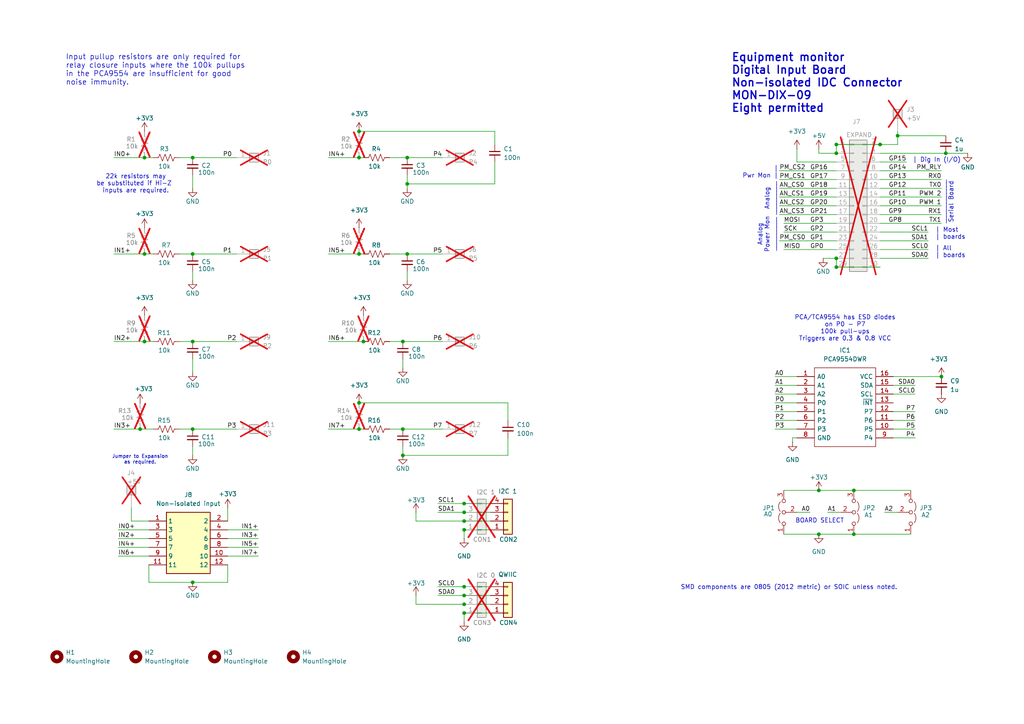
<source format=kicad_sch>
(kicad_sch (version 20250114) (generator "eeschema") (generator_version "9.0")
  (paper "A4")
  (lib_symbols
    (symbol "Conn_01x01_1" (pin_numbers (hide yes)) (pin_names (offset 1.016) (hide yes))
      (property "Reference" "J" (at 0 2.54 0))
      (property "Value" "Conn_01x01" (at 0 -2.54 0))
      (symbol "Conn_01x01_1_1_1"
        (rectangle (start -1.27 1.27) (end 1.27 -1.27) (stroke (width 0.254)) (fill (type background)))
        (rectangle (start -1.27 0.127) (end 0 -0.127) (stroke (width 0.1524)))
        (pin passive line (at -5.08 0 0) (length 3.81) (name "Pin_1") (number "1"))
      )
    )
    (symbol "Conn_01x01_2" (pin_numbers (hide yes)) (pin_names (offset 1.016) (hide yes))
      (property "Reference" "J" (at 0 2.54 0))
      (property "Value" "Conn_01x01" (at 0 -2.54 0))
      (symbol "Conn_01x01_2_1_1"
        (rectangle (start -1.27 1.27) (end 1.27 -1.27) (stroke (width 0.254)) (fill (type background)))
        (rectangle (start -1.27 0.127) (end 0 -0.127) (stroke (width 0.1524)))
        (pin passive line (at -5.08 0 0) (length 3.81) (name "Pin_1") (number "1"))
      )
    )
    (symbol "Connector_Generic:Conn_01x01" (pin_names (offset 1.016) (hide yes))
      (property "Reference" "J" (at 0 2.54 0))
      (property "Value" "Conn_01x01" (at 0 -2.54 0))
      (symbol "Conn_01x01_1_1"
        (rectangle (start -1.27 1.27) (end 1.27 -1.27) (stroke (width 0.254)) (fill (type background)))
        (rectangle (start -1.27 0.127) (end 0 -0.127) (stroke (width 0.1524)))
        (pin passive line (at -5.08 0 0) (length 3.81) (name "Pin_1") (number "1"))
      )
    )
    (symbol "Connector_Generic:Conn_01x04" (pin_names (offset 1.016) (hide yes))
      (property "Reference" "J" (at 0 5.08 0))
      (property "Value" "Conn_01x04" (at 0 -7.62 0))
      (symbol "Conn_01x04_1_1"
        (rectangle (start -1.27 3.81) (end 1.27 -6.35) (stroke (width 0.254)) (fill (type background)))
        (rectangle (start -1.27 2.667) (end 0 2.413) (stroke (width 0.1524)))
        (rectangle (start -1.27 0.127) (end 0 -0.127) (stroke (width 0.1524)))
        (rectangle (start -1.27 -2.413) (end 0 -2.667) (stroke (width 0.1524)))
        (rectangle (start -1.27 -4.953) (end 0 -5.207) (stroke (width 0.1524)))
        (pin passive line (at -5.08 2.54 0) (length 3.81) (name "Pin_1") (number "1"))
        (pin passive line (at -5.08 0 0) (length 3.81) (name "Pin_2") (number "2"))
        (pin passive line (at -5.08 -2.54 0) (length 3.81) (name "Pin_3") (number "3"))
        (pin passive line (at -5.08 -5.08 0) (length 3.81) (name "Pin_4") (number "4"))
      )
    )
    (symbol "Connector_Generic:Conn_02x15_Odd_Even" (pin_names (offset 1.016) (hide yes))
      (property "Reference" "J" (at 1.27 20.32 0))
      (property "Value" "Conn_02x15_Odd_Even" (at 1.27 -20.32 0))
      (symbol "Conn_02x15_Odd_Even_1_1"
        (rectangle (start -1.27 19.05) (end 3.81 -19.05) (stroke (width 0.254)) (fill (type background)))
        (rectangle (start -1.27 17.907) (end 0 17.653) (stroke (width 0.1524)))
        (rectangle (start -1.27 15.367) (end 0 15.113) (stroke (width 0.1524)))
        (rectangle (start -1.27 12.827) (end 0 12.573) (stroke (width 0.1524)))
        (rectangle (start -1.27 10.287) (end 0 10.033) (stroke (width 0.1524)))
        (rectangle (start -1.27 7.747) (end 0 7.493) (stroke (width 0.1524)))
        (rectangle (start -1.27 5.207) (end 0 4.953) (stroke (width 0.1524)))
        (rectangle (start -1.27 2.667) (end 0 2.413) (stroke (width 0.1524)))
        (rectangle (start -1.27 0.127) (end 0 -0.127) (stroke (width 0.1524)))
        (rectangle (start -1.27 -2.413) (end 0 -2.667) (stroke (width 0.1524)))
        (rectangle (start -1.27 -4.953) (end 0 -5.207) (stroke (width 0.1524)))
        (rectangle (start -1.27 -7.493) (end 0 -7.747) (stroke (width 0.1524)))
        (rectangle (start -1.27 -10.033) (end 0 -10.287) (stroke (width 0.1524)))
        (rectangle (start -1.27 -12.573) (end 0 -12.827) (stroke (width 0.1524)))
        (rectangle (start -1.27 -15.113) (end 0 -15.367) (stroke (width 0.1524)))
        (rectangle (start -1.27 -17.653) (end 0 -17.907) (stroke (width 0.1524)))
        (rectangle (start 3.81 17.907) (end 2.54 17.653) (stroke (width 0.1524)))
        (rectangle (start 3.81 15.367) (end 2.54 15.113) (stroke (width 0.1524)))
        (rectangle (start 3.81 12.827) (end 2.54 12.573) (stroke (width 0.1524)))
        (rectangle (start 3.81 10.287) (end 2.54 10.033) (stroke (width 0.1524)))
        (rectangle (start 3.81 7.747) (end 2.54 7.493) (stroke (width 0.1524)))
        (rectangle (start 3.81 5.207) (end 2.54 4.953) (stroke (width 0.1524)))
        (rectangle (start 3.81 2.667) (end 2.54 2.413) (stroke (width 0.1524)))
        (rectangle (start 3.81 0.127) (end 2.54 -0.127) (stroke (width 0.1524)))
        (rectangle (start 3.81 -2.413) (end 2.54 -2.667) (stroke (width 0.1524)))
        (rectangle (start 3.81 -4.953) (end 2.54 -5.207) (stroke (width 0.1524)))
        (rectangle (start 3.81 -7.493) (end 2.54 -7.747) (stroke (width 0.1524)))
        (rectangle (start 3.81 -10.033) (end 2.54 -10.287) (stroke (width 0.1524)))
        (rectangle (start 3.81 -12.573) (end 2.54 -12.827) (stroke (width 0.1524)))
        (rectangle (start 3.81 -15.113) (end 2.54 -15.367) (stroke (width 0.1524)))
        (rectangle (start 3.81 -17.653) (end 2.54 -17.907) (stroke (width 0.1524)))
        (pin passive line (at -5.08 17.78 0) (length 3.81) (name "Pin_1") (number "1"))
        (pin passive line (at -5.08 15.24 0) (length 3.81) (name "Pin_3") (number "3"))
        (pin passive line (at -5.08 12.7 0) (length 3.81) (name "Pin_5") (number "5"))
        (pin passive line (at -5.08 10.16 0) (length 3.81) (name "Pin_7") (number "7"))
        (pin passive line (at -5.08 7.62 0) (length 3.81) (name "Pin_9") (number "9"))
        (pin passive line (at -5.08 5.08 0) (length 3.81) (name "Pin_11") (number "11"))
        (pin passive line (at -5.08 2.54 0) (length 3.81) (name "Pin_13") (number "13"))
        (pin passive line (at -5.08 0 0) (length 3.81) (name "Pin_15") (number "15"))
        (pin passive line (at -5.08 -2.54 0) (length 3.81) (name "Pin_17") (number "17"))
        (pin passive line (at -5.08 -5.08 0) (length 3.81) (name "Pin_19") (number "19"))
        (pin passive line (at -5.08 -7.62 0) (length 3.81) (name "Pin_21") (number "21"))
        (pin passive line (at -5.08 -10.16 0) (length 3.81) (name "Pin_23") (number "23"))
        (pin passive line (at -5.08 -12.7 0) (length 3.81) (name "Pin_25") (number "25"))
        (pin passive line (at -5.08 -15.24 0) (length 3.81) (name "Pin_27") (number "27"))
        (pin passive line (at -5.08 -17.78 0) (length 3.81) (name "Pin_29") (number "29"))
        (pin passive line (at 7.62 17.78 180) (length 3.81) (name "Pin_2") (number "2"))
        (pin passive line (at 7.62 15.24 180) (length 3.81) (name "Pin_4") (number "4"))
        (pin passive line (at 7.62 12.7 180) (length 3.81) (name "Pin_6") (number "6"))
        (pin passive line (at 7.62 10.16 180) (length 3.81) (name "Pin_8") (number "8"))
        (pin passive line (at 7.62 7.62 180) (length 3.81) (name "Pin_10") (number "10"))
        (pin passive line (at 7.62 5.08 180) (length 3.81) (name "Pin_12") (number "12"))
        (pin passive line (at 7.62 2.54 180) (length 3.81) (name "Pin_14") (number "14"))
        (pin passive line (at 7.62 0 180) (length 3.81) (name "Pin_16") (number "16"))
        (pin passive line (at 7.62 -2.54 180) (length 3.81) (name "Pin_18") (number "18"))
        (pin passive line (at 7.62 -5.08 180) (length 3.81) (name "Pin_20") (number "20"))
        (pin passive line (at 7.62 -7.62 180) (length 3.81) (name "Pin_22") (number "22"))
        (pin passive line (at 7.62 -10.16 180) (length 3.81) (name "Pin_24") (number "24"))
        (pin passive line (at 7.62 -12.7 180) (length 3.81) (name "Pin_26") (number "26"))
        (pin passive line (at 7.62 -15.24 180) (length 3.81) (name "Pin_28") (number "28"))
        (pin passive line (at 7.62 -17.78 180) (length 3.81) (name "Pin_30") (number "30"))
      )
    )
    (symbol "Device:C_Small" (pin_numbers (hide yes)) (pin_names (offset 0.254) (hide yes))
      (property "Reference" "C" (at 0.254 1.778 0))
      (property "Value" "C_Small" (at 0.254 -2.032 0))
      (symbol "C_Small_0_1"
        (polyline (pts (xy -1.524 0.508) (xy 1.524 0.508)) (stroke (width 0.3048)))
        (polyline (pts (xy -1.524 -0.508) (xy 1.524 -0.508)) (stroke (width 0.3302)))
      )
      (symbol "C_Small_1_1"
        (pin passive line (at 0 2.54 270) (length 2.032) (name "~") (number "1"))
        (pin passive line (at 0 -2.54 90) (length 2.032) (name "~") (number "2"))
      )
    )
    (symbol "Device:R_US" (pin_numbers (hide yes)) (pin_names (offset 0))
      (property "Reference" "R" (at 2.54 0 90))
      (property "Value" "R_US" (at -2.54 0 90))
      (symbol "R_US_0_1"
        (polyline (pts (xy 0 2.286) (xy 0 2.54)))
        (polyline (pts (xy 0 2.286) (xy 1.016 1.905) (xy 0 1.524) (xy -1.016 1.143) (xy 0 0.762)))
        (polyline (pts (xy 0 0.762) (xy 1.016 0.381) (xy 0 0) (xy -1.016 -0.381) (xy 0 -0.762)))
        (polyline (pts (xy 0 -0.762) (xy 1.016 -1.143) (xy 0 -1.524) (xy -1.016 -1.905) (xy 0 -2.286)))
        (polyline (pts (xy 0 -2.286) (xy 0 -2.54)))
      )
      (symbol "R_US_1_1"
        (pin passive line (at 0 3.81 270) (length 1.27) (name "~") (number "1"))
        (pin passive line (at 0 -3.81 90) (length 1.27) (name "~") (number "2"))
      )
    )
    (symbol "Jumper:Jumper_3_Open" (pin_names (offset 0) (hide yes)) (exclude_from_sim yes) (in_bom no)
      (property "Reference" "JP" (at -2.54 -2.54 0))
      (property "Value" "Jumper_3_Open" (at 0 2.794 0))
      (symbol "Jumper_3_Open_0_0"
        (circle (center -3.302 0) (radius 0.508))
        (circle (center 0 0) (radius 0.508))
        (circle (center 3.302 0) (radius 0.508))
      )
      (symbol "Jumper_3_Open_0_1"
        (arc (start -3.048 1.016) (mid -1.651 1.4992) (end -0.254 1.016))
        (polyline (pts (xy 0 -0.508) (xy 0 -1.27)))
        (arc (start 0.254 1.016) (mid 1.651 1.4992) (end 3.048 1.016))
      )
      (symbol "Jumper_3_Open_1_1"
        (pin passive line (at -6.35 0 0) (length 2.54) (name "A") (number "1"))
        (pin passive line (at 0 -3.81 90) (length 2.54) (name "C") (number "2"))
        (pin passive line (at 6.35 0 180) (length 2.54) (name "B") (number "3"))
      )
    )
    (symbol "Mechanical:MountingHole" (pin_names (offset 1.016)) (exclude_from_sim yes) (in_bom no)
      (property "Reference" "H" (at 0 5.08 0))
      (property "Value" "MountingHole" (at 0 3.175 0))
      (symbol "MountingHole_0_1"
        (circle (center 0 0) (radius 1.27) (stroke (width 1.27)))
      )
    )
    (symbol "SamacSys_Parts:90130-3112"
      (property "Reference" "J" (at 19.05 7.62 0))
      (property "Value" "90130-3112" (at 19.05 5.08 0))
      (symbol "90130-3112_1_1"
        (rectangle (start 5.08 2.54) (end 17.78 -15.24) (stroke (width 0.254)) (fill (type background)))
        (pin passive line (at 0 0 0) (length 5.08) (name "1") (number "1"))
        (pin passive line (at 0 -2.54 0) (length 5.08) (name "3") (number "3"))
        (pin passive line (at 0 -5.08 0) (length 5.08) (name "5") (number "5"))
        (pin passive line (at 0 -7.62 0) (length 5.08) (name "7") (number "7"))
        (pin passive line (at 0 -10.16 0) (length 5.08) (name "9") (number "9"))
        (pin passive line (at 0 -12.7 0) (length 5.08) (name "11") (number "11"))
        (pin passive line (at 22.86 0 180) (length 5.08) (name "2") (number "2"))
        (pin passive line (at 22.86 -2.54 180) (length 5.08) (name "4") (number "4"))
        (pin passive line (at 22.86 -5.08 180) (length 5.08) (name "6") (number "6"))
        (pin passive line (at 22.86 -7.62 180) (length 5.08) (name "8") (number "8"))
        (pin passive line (at 22.86 -10.16 180) (length 5.08) (name "10") (number "10"))
        (pin passive line (at 22.86 -12.7 180) (length 5.08) (name "12") (number "12"))
      )
    )
    (symbol "SamacSys_Parts:PCA9534DWR" (pin_names (offset 0.762))
      (property "Reference" "IC" (at 24.13 7.62 0))
      (property "Value" "PCA9534DWR" (at 24.13 5.08 0))
      (symbol "PCA9534DWR_0_0"
        (pin passive line (at 0 0 0) (length 5.08) (name "A0") (number "1"))
        (pin passive line (at 0 -2.54 0) (length 5.08) (name "A1") (number "2"))
        (pin passive line (at 0 -5.08 0) (length 5.08) (name "A2") (number "3"))
        (pin passive line (at 0 -7.62 0) (length 5.08) (name "P0") (number "4"))
        (pin passive line (at 0 -10.16 0) (length 5.08) (name "P1") (number "5"))
        (pin passive line (at 0 -12.7 0) (length 5.08) (name "P2") (number "6"))
        (pin passive line (at 0 -15.24 0) (length 5.08) (name "P3") (number "7"))
        (pin passive line (at 0 -17.78 0) (length 5.08) (name "GND") (number "8"))
        (pin passive line (at 27.94 0 180) (length 5.08) (name "VCC") (number "16"))
        (pin passive line (at 27.94 -2.54 180) (length 5.08) (name "SDA") (number "15"))
        (pin passive line (at 27.94 -5.08 180) (length 5.08) (name "SCL") (number "14"))
        (pin passive line (at 27.94 -7.62 180) (length 5.08) (name "~{INT}") (number "13"))
        (pin passive line (at 27.94 -10.16 180) (length 5.08) (name "P7") (number "12"))
        (pin passive line (at 27.94 -12.7 180) (length 5.08) (name "P6") (number "11"))
        (pin passive line (at 27.94 -15.24 180) (length 5.08) (name "P5") (number "10"))
        (pin passive line (at 27.94 -17.78 180) (length 5.08) (name "P4") (number "9"))
      )
      (symbol "PCA9534DWR_0_1"
        (polyline (pts (xy 5.08 2.54) (xy 22.86 2.54) (xy 22.86 -20.32) (xy 5.08 -20.32) (xy 5.08 2.54)) (stroke (width 0.1524)))
      )
    )
    (symbol "power:+3V3" (power) (pin_numbers (hide yes)) (pin_names (offset 0) (hide yes))
      (property "Value" "+3V3" (at 0 3.556 0))
      (symbol "+3V3_0_1"
        (polyline (pts (xy -0.762 1.27) (xy 0 2.54)))
        (polyline (pts (xy 0 2.54) (xy 0.762 1.27)))
        (polyline (pts (xy 0 0) (xy 0 2.54)))
      )
      (symbol "+3V3_1_1"
        (pin power_in line (at 0 0 90) (length 0) (name "~") (number "1"))
      )
    )
    (symbol "power:+5V" (power) (pin_numbers (hide yes)) (pin_names (offset 0) (hide yes))
      (property "Value" "+5V" (at 0 3.556 0))
      (symbol "+5V_0_1"
        (polyline (pts (xy -0.762 1.27) (xy 0 2.54)))
        (polyline (pts (xy 0 2.54) (xy 0.762 1.27)))
        (polyline (pts (xy 0 0) (xy 0 2.54)))
      )
      (symbol "+5V_1_1"
        (pin power_in line (at 0 0 90) (length 0) (name "~") (number "1"))
      )
    )
    (symbol "power:GND" (power) (pin_numbers (hide yes)) (pin_names (offset 0) (hide yes))
      (property "Value" "GND" (at 0 -3.81 0))
      (symbol "GND_0_1"
        (polyline (pts (xy 0 0) (xy 0 -1.27) (xy 1.27 -1.27) (xy 0 -2.54) (xy -1.27 -1.27) (xy 0 -1.27)))
      )
      (symbol "GND_1_1"
        (pin power_in line (at 0 0 270) (length 0) (name "~") (number "1"))
      )
    )
  )
  (text "PCA/TCA9554 has ESD diodes\non P0 - P7\n100k pull-ups\nTriggers are 0.3 & 0.8 VCC" (at 245.11 95.25 0) (effects (font (size 1.27 1.27))))
  (text "    |\nPwr Mon |" (at 225.806 50.038 0) (effects (font (size 1.27 1.27)) (justify right)))
  (text "Analog\n__________" (at 223.52 57.658 90) (effects (font (size 1.27 1.27))))
  (text "22k resistors may\nbe substituted if Hi-Z \ninputs are required." (at 39.37 53.34 0) (effects (font (size 1.27 1.27))))
  (text "BOARD SELECT" (at 237.744 151.13 0) (effects (font (size 1.27 1.27))))
  (text "SMD components are 0805 (2012 metric) or SOIC unless noted." (at 228.854 170.434 0) (effects (font (size 1.27 1.27))))
  (text "| Dig In (I/O)" (at 264.668 46.482 0) (effects (font (size 1.27 1.27)) (justify left)))
  (text "_____________\nSerial Board" (at 274.828 58.674 90) (effects (font (size 1.27 1.27))))
  (text "Equipment monitor\nDigital Input Board \nNon-isolated IDC Connector\nMON-DIX-09\nEight permitted" (at 212.09 24.13 0) (effects (font (size 2.286 2.286) (thickness 0.381) (bold yes)) (justify left)))
  (text "Analog\nPower Mon\n__________" (at 222.504 68.072 90) (effects (font (size 1.27 1.27))))
  (text "| All\n| boards" (at 271.272 73.152 0) (effects (font (size 1.27 1.27)) (justify left)))
  (text "Jumper to Expansion\nas required." (at 40.64 133.35 0) (effects (font (size 1.016 1.016))))
  (text "Input pullup resistors are only required for\nrelay closure inputs where the 100k pullups\nin the PCA9554 are insufficient for good\nnoise immunity." (at 19.05 20.32 0) (effects (font (size 1.524 1.524)) (justify left)))
  (text "| Most\n| boards" (at 271.272 67.818 0) (effects (font (size 1.27 1.27)) (justify left)))
  (junction (at 134.62 146.05))
  (junction (at 237.49 154.94))
  (junction (at 242.57 74.93))
  (junction (at 274.32 44.45))
  (junction (at 255.27 41.91))
  (junction (at 116.84 99.06))
  (junction (at 55.88 73.66))
  (junction (at 104.14 38.1))
  (junction (at 273.05 109.22))
  (junction (at 247.65 154.94))
  (junction (at 118.11 53.34))
  (junction (at 104.14 45.72))
  (junction (at 118.11 45.72))
  (junction (at 104.14 124.46))
  (junction (at 41.91 73.66))
  (junction (at 260.35 39.37))
  (junction (at 134.62 151.13))
  (junction (at 41.91 45.72))
  (junction (at 134.62 172.72))
  (junction (at 104.14 116.84))
  (junction (at 247.65 142.24))
  (junction (at 116.84 124.46))
  (junction (at 242.57 41.91))
  (junction (at 118.11 73.66))
  (junction (at 40.64 124.46))
  (junction (at 116.84 132.08))
  (junction (at 134.62 175.26))
  (junction (at 134.62 177.8))
  (junction (at 134.62 148.59))
  (junction (at 105.41 99.06))
  (junction (at 41.91 99.06))
  (junction (at 134.62 153.67))
  (junction (at 55.88 168.91))
  (junction (at 134.62 170.18))
  (junction (at 242.57 77.47))
  (junction (at 104.14 73.66))
  (junction (at 237.49 142.24))
  (junction (at 242.57 44.45))
  (junction (at 55.88 99.06))
  (junction (at 55.88 124.46))
  (junction (at 55.88 45.72))
  (wire (pts (xy 256.54 148.59) (xy 260.35 148.59)))
  (wire (pts (xy 227.33 72.39) (xy 242.57 72.39)))
  (wire (pts (xy 38.1 151.13) (xy 43.18 151.13)))
  (wire (pts (xy 224.79 114.3) (xy 231.14 114.3)))
  (wire (pts (xy 33.02 124.46) (xy 40.64 124.46)))
  (wire (pts (xy 142.24 146.05) (xy 134.62 146.05)))
  (wire (pts (xy 231.14 148.59) (xy 234.95 148.59)))
  (wire (pts (xy 66.04 147.32) (xy 66.04 151.13)))
  (wire (pts (xy 226.06 59.69) (xy 242.57 59.69)))
  (wire (pts (xy 259.08 119.38) (xy 265.43 119.38)))
  (wire (pts (xy 260.35 38.1) (xy 260.35 39.37)))
  (wire (pts (xy 242.57 77.47) (xy 255.27 77.47)))
  (wire (pts (xy 142.24 177.8) (xy 134.62 177.8)))
  (wire (pts (xy 242.57 41.91) (xy 242.57 44.45)))
  (wire (pts (xy 255.27 44.45) (xy 274.32 44.45)))
  (wire (pts (xy 52.07 45.72) (xy 55.88 45.72)))
  (wire (pts (xy 66.04 161.29) (xy 74.93 161.29)))
  (wire (pts (xy 41.91 99.06) (xy 44.45 99.06)))
  (wire (pts (xy 95.25 99.06) (xy 105.41 99.06)))
  (wire (pts (xy 255.27 52.07) (xy 273.05 52.07)))
  (wire (pts (xy 34.29 153.67) (xy 43.18 153.67)))
  (wire (pts (xy 55.88 168.91) (xy 66.04 168.91)))
  (wire (pts (xy 247.65 154.94) (xy 264.16 154.94)))
  (wire (pts (xy 238.76 74.93) (xy 242.57 74.93)))
  (wire (pts (xy 260.35 39.37) (xy 260.35 41.91)))
  (wire (pts (xy 255.27 69.85) (xy 269.24 69.85)))
  (wire (pts (xy 259.08 121.92) (xy 265.43 121.92)))
  (wire (pts (xy 224.79 119.38) (xy 231.14 119.38)))
  (wire (pts (xy 43.18 163.83) (xy 43.18 168.91)))
  (wire (pts (xy 247.65 142.24) (xy 264.16 142.24)))
  (wire (pts (xy 55.88 73.66) (xy 68.58 73.66)))
  (wire (pts (xy 95.25 73.66) (xy 104.14 73.66)))
  (wire (pts (xy 255.27 64.77) (xy 273.05 64.77)))
  (wire (pts (xy 242.57 74.93) (xy 242.57 77.47)))
  (wire (pts (xy 259.08 127) (xy 265.43 127)))
  (wire (pts (xy 55.88 50.8) (xy 55.88 54.61)))
  (wire (pts (xy 237.49 142.24) (xy 247.65 142.24)))
  (wire (pts (xy 55.88 129.54) (xy 55.88 132.08)))
  (wire (pts (xy 226.06 54.61) (xy 242.57 54.61)))
  (wire (pts (xy 259.08 109.22) (xy 273.05 109.22)))
  (wire (pts (xy 118.11 53.34) (xy 143.51 53.34)))
  (wire (pts (xy 260.35 41.91) (xy 255.27 41.91)))
  (wire (pts (xy 127 170.18) (xy 134.62 170.18)))
  (wire (pts (xy 38.1 147.32) (xy 38.1 151.13)))
  (wire (pts (xy 227.33 154.94) (xy 237.49 154.94)))
  (wire (pts (xy 104.14 38.1) (xy 143.51 38.1)))
  (wire (pts (xy 118.11 73.66) (xy 128.27 73.66)))
  (wire (pts (xy 55.88 45.72) (xy 68.58 45.72)))
  (wire (pts (xy 260.35 39.37) (xy 274.32 39.37)))
  (wire (pts (xy 226.06 69.85) (xy 242.57 69.85)))
  (wire (pts (xy 231.14 43.18) (xy 231.14 46.99)))
  (wire (pts (xy 113.03 124.46) (xy 116.84 124.46)))
  (wire (pts (xy 95.25 45.72) (xy 104.14 45.72)))
  (wire (pts (xy 224.79 121.92) (xy 231.14 121.92)))
  (wire (pts (xy 255.27 74.93) (xy 269.24 74.93)))
  (wire (pts (xy 227.33 64.77) (xy 242.57 64.77)))
  (wire (pts (xy 118.11 78.74) (xy 118.11 81.28)))
  (wire (pts (xy 259.08 124.46) (xy 265.43 124.46)))
  (wire (pts (xy 229.87 128.27) (xy 229.87 127)))
  (wire (pts (xy 41.91 73.66) (xy 44.45 73.66)))
  (wire (pts (xy 134.62 153.67) (xy 134.62 156.21)))
  (wire (pts (xy 259.08 114.3) (xy 265.43 114.3)))
  (wire (pts (xy 142.24 170.18) (xy 134.62 170.18)))
  (wire (pts (xy 259.08 111.76) (xy 265.43 111.76)))
  (wire (pts (xy 142.24 151.13) (xy 134.62 151.13)))
  (wire (pts (xy 224.79 116.84) (xy 231.14 116.84)))
  (wire (pts (xy 226.06 62.23) (xy 242.57 62.23)))
  (wire (pts (xy 52.07 124.46) (xy 55.88 124.46)))
  (wire (pts (xy 95.25 124.46) (xy 104.14 124.46)))
  (wire (pts (xy 255.27 59.69) (xy 273.05 59.69)))
  (wire (pts (xy 226.06 52.07) (xy 242.57 52.07)))
  (wire (pts (xy 41.91 45.72) (xy 44.45 45.72)))
  (wire (pts (xy 104.14 124.46) (xy 105.41 124.46)))
  (wire (pts (xy 255.27 72.39) (xy 269.24 72.39)))
  (wire (pts (xy 52.07 99.06) (xy 55.88 99.06)))
  (wire (pts (xy 143.51 46.99) (xy 143.51 53.34)))
  (wire (pts (xy 116.84 99.06) (xy 128.27 99.06)))
  (wire (pts (xy 120.65 172.72) (xy 120.65 175.26)))
  (wire (pts (xy 118.11 53.34) (xy 118.11 50.8)))
  (wire (pts (xy 120.65 148.59) (xy 120.65 151.13)))
  (wire (pts (xy 66.04 156.21) (xy 74.93 156.21)))
  (wire (pts (xy 118.11 54.61) (xy 118.11 53.34)))
  (wire (pts (xy 40.64 124.46) (xy 44.45 124.46)))
  (wire (pts (xy 120.65 151.13) (xy 134.62 151.13)))
  (wire (pts (xy 55.88 104.14) (xy 55.88 107.95)))
  (wire (pts (xy 104.14 116.84) (xy 147.32 116.84)))
  (wire (pts (xy 55.88 81.28) (xy 55.88 78.74)))
  (wire (pts (xy 255.27 54.61) (xy 273.05 54.61)))
  (wire (pts (xy 134.62 172.72) (xy 142.24 172.72)))
  (wire (pts (xy 147.32 127) (xy 147.32 132.08)))
  (wire (pts (xy 255.27 57.15) (xy 273.05 57.15)))
  (wire (pts (xy 118.11 45.72) (xy 128.27 45.72)))
  (wire (pts (xy 127 148.59) (xy 134.62 148.59)))
  (wire (pts (xy 242.57 41.91) (xy 255.27 41.91)))
  (wire (pts (xy 227.33 67.31) (xy 242.57 67.31)))
  (wire (pts (xy 127 146.05) (xy 134.62 146.05)))
  (wire (pts (xy 255.27 67.31) (xy 269.24 67.31)))
  (wire (pts (xy 227.33 142.24) (xy 237.49 142.24)))
  (wire (pts (xy 116.84 104.14) (xy 116.84 106.68)))
  (wire (pts (xy 66.04 168.91) (xy 66.04 163.83)))
  (wire (pts (xy 255.27 46.99) (xy 262.89 46.99)))
  (wire (pts (xy 224.79 111.76) (xy 231.14 111.76)))
  (wire (pts (xy 142.24 153.67) (xy 134.62 153.67)))
  (wire (pts (xy 55.88 124.46) (xy 68.58 124.46)))
  (wire (pts (xy 143.51 41.91) (xy 143.51 38.1)))
  (wire (pts (xy 66.04 158.75) (xy 74.93 158.75)))
  (wire (pts (xy 34.29 156.21) (xy 43.18 156.21)))
  (wire (pts (xy 55.88 99.06) (xy 68.58 99.06)))
  (wire (pts (xy 113.03 99.06) (xy 116.84 99.06)))
  (wire (pts (xy 116.84 124.46) (xy 128.27 124.46)))
  (wire (pts (xy 52.07 73.66) (xy 55.88 73.66)))
  (wire (pts (xy 33.02 45.72) (xy 41.91 45.72)))
  (wire (pts (xy 237.49 154.94) (xy 247.65 154.94)))
  (wire (pts (xy 104.14 73.66) (xy 105.41 73.66)))
  (wire (pts (xy 231.14 46.99) (xy 242.57 46.99)))
  (wire (pts (xy 237.49 43.18) (xy 237.49 44.45)))
  (wire (pts (xy 255.27 62.23) (xy 273.05 62.23)))
  (wire (pts (xy 255.27 49.53) (xy 273.05 49.53)))
  (wire (pts (xy 134.62 177.8) (xy 134.62 180.34)))
  (wire (pts (xy 127 172.72) (xy 134.62 172.72)))
  (wire (pts (xy 116.84 132.08) (xy 147.32 132.08)))
  (wire (pts (xy 237.49 44.45) (xy 242.57 44.45)))
  (wire (pts (xy 104.14 45.72) (xy 105.41 45.72)))
  (wire (pts (xy 134.62 148.59) (xy 142.24 148.59)))
  (wire (pts (xy 113.03 45.72) (xy 118.11 45.72)))
  (wire (pts (xy 113.03 73.66) (xy 118.11 73.66)))
  (wire (pts (xy 34.29 158.75) (xy 43.18 158.75)))
  (wire (pts (xy 229.87 127) (xy 231.14 127)))
  (wire (pts (xy 116.84 129.54) (xy 116.84 132.08)))
  (wire (pts (xy 34.29 161.29) (xy 43.18 161.29)))
  (wire (pts (xy 224.79 124.46) (xy 231.14 124.46)))
  (wire (pts (xy 120.65 175.26) (xy 134.62 175.26)))
  (wire (pts (xy 147.32 121.92) (xy 147.32 116.84)))
  (wire (pts (xy 224.79 109.22) (xy 231.14 109.22)))
  (wire (pts (xy 33.02 99.06) (xy 41.91 99.06)))
  (wire (pts (xy 240.03 148.59) (xy 243.84 148.59)))
  (wire (pts (xy 226.06 49.53) (xy 242.57 49.53)))
  (wire (pts (xy 142.24 175.26) (xy 134.62 175.26)))
  (wire (pts (xy 43.18 168.91) (xy 55.88 168.91)))
  (wire (pts (xy 33.02 73.66) (xy 41.91 73.66)))
  (wire (pts (xy 226.06 57.15) (xy 242.57 57.15)))
  (wire (pts (xy 274.32 44.45) (xy 280.67 44.45)))
  (wire (pts (xy 66.04 153.67) (xy 74.93 153.67)))
  (label "TX0" (at 273.05 54.61 180))
  (label "P3" (at 224.79 124.46 0))
  (label "GP20" (at 234.95 59.69 0))
  (label "A2" (at 256.54 148.59 0))
  (label "IN4+" (at 34.29 158.75 0))
  (label "GP17" (at 234.95 52.07 0))
  (label "GP18" (at 234.95 54.61 0))
  (label "PM_CS2" (at 226.06 49.53 0))
  (label "RX0" (at 273.05 52.07 180))
  (label "GP2" (at 234.95 67.31 0))
  (label "GP9" (at 261.62 62.23 180))
  (label "TX1" (at 273.05 64.77 180))
  (label "P1" (at 67.31 73.66 180))
  (label "PM_RLY" (at 273.05 49.53 180))
  (label "GP12" (at 262.89 54.61 180))
  (label "GP10" (at 262.89 59.69 180))
  (label "IN2+" (at 34.29 156.21 0))
  (label "SCL1" (at 269.24 67.31 180))
  (label "IN2+" (at 33.02 99.06 0))
  (label "IN7+" (at 95.25 124.46 0))
  (label "P0" (at 224.79 116.84 0))
  (label "SDA1" (at 127 148.59 0))
  (label "SCL0" (at 269.24 72.39 180))
  (label "SCL0" (at 265.43 114.3 180))
  (label "IN7+" (at 74.93 161.29 180))
  (label "P6" (at 128.27 99.06 180))
  (label "P4" (at 128.27 45.72 180))
  (label "PM_CS0" (at 226.06 69.85 0))
  (label "GP0" (at 234.95 72.39 0))
  (label "P1" (at 224.79 119.38 0))
  (label "GP19" (at 234.95 57.15 0))
  (label "P5" (at 265.43 124.46 180))
  (label "GP8" (at 261.62 64.77 180))
  (label "PWM 2" (at 273.05 57.15 180))
  (label "IN5+" (at 74.93 158.75 180))
  (label "SCK" (at 227.33 67.31 0))
  (label "IN3+" (at 33.02 124.46 0))
  (label "PWM 1" (at 273.05 59.69 180))
  (label "A1" (at 224.79 111.76 0))
  (label "AN_CS0" (at 226.06 54.61 0))
  (label "P3" (at 68.58 124.46 180))
  (label "IN6+" (at 34.29 161.29 0))
  (label "GP16" (at 234.95 49.53 0))
  (label "GP21" (at 234.95 62.23 0))
  (label "IN4+" (at 95.25 45.72 0))
  (label "P5" (at 128.27 73.66 180))
  (label "GP15" (at 262.89 46.99 180))
  (label "IN1+" (at 33.02 73.66 0))
  (label "SCL0" (at 127 170.18 0))
  (label "GP11" (at 262.89 57.15 180))
  (label "AN_CS1" (at 226.06 57.15 0))
  (label "IN3+" (at 74.93 156.21 180))
  (label "PM_CS1" (at 226.06 52.07 0))
  (label "P4" (at 265.43 127 180))
  (label "AN_CS2" (at 226.06 59.69 0))
  (label "A0" (at 234.95 148.59 180))
  (label "P7" (at 265.43 119.38 180))
  (label "P0" (at 67.31 45.72 180))
  (label "SDA1" (at 269.24 69.85 180))
  (label "P2" (at 224.79 121.92 0))
  (label "GP13" (at 262.89 52.07 180))
  (label "SCL1" (at 127 146.05 0))
  (label "IN6+" (at 95.25 99.06 0))
  (label "A2" (at 224.79 114.3 0))
  (label "SDA0" (at 265.43 111.76 180))
  (label "IN5+" (at 95.25 73.66 0))
  (label "IN0+" (at 33.02 45.72 0))
  (label "P7" (at 128.27 124.46 180))
  (label "P2" (at 68.58 99.06 180))
  (label "MOSI" (at 227.33 64.77 0))
  (label "P6" (at 265.43 121.92 180))
  (label "A1" (at 240.03 148.59 0))
  (label "GP3" (at 234.95 64.77 0))
  (label "AN_CS3" (at 226.06 62.23 0))
  (label "RX1" (at 273.05 62.23 180))
  (label "GP14" (at 262.89 49.53 180))
  (label "IN1+" (at 74.93 153.67 180))
  (label "MISO" (at 227.33 72.39 0))
  (label "GP1" (at 234.95 69.85 0))
  (label "SDA0" (at 269.24 74.93 180))
  (label "SDA0" (at 127 172.72 0))
  (label "IN0+" (at 34.29 153.67 0))
  (label "A0" (at 224.79 109.22 0))
  (symbol (lib_id "Mechanical:MountingHole") (at 39.37 190.5 0) (unit 1) (exclude_from_sim yes)
    (property "Reference" "H2" (at 41.91 189.2299 0) (effects (justify left)))
    (property "Value" "MountingHole" (at 41.91 191.7699 0) (effects (justify left)))
    (property "Footprint" "RP:MountingHole_3.5mm_no_fill" (effects (hide yes)))
    (property "Description" "Mounting Hole without connection" (effects (hide yes)))
  )
  (symbol (lib_id "power:GND") (at 55.88 81.28 0) (unit 1)
    (property "Reference" "#PWR011" (effects (hide yes)))
    (property "Value" "GND" (at 55.88 85.09 0))
  )
  (symbol (lib_id "power:+3V3") (at 237.49 142.24 0) (unit 1)
    (property "Reference" "#PWR026" (effects (hide yes)))
    (property "Value" "+3V3" (at 237.49 138.43 0))
    (property "Description" "Power symbol creates a global label with name \"+3V3\"" (effects (hide yes)))
  )
  (symbol (lib_id "Device:C_Small") (at 273.05 111.76 0) (unit 1)
    (property "Reference" "C9" (at 275.59 110.4962 0) (effects (justify left)))
    (property "Value" "1u" (at 275.59 113.0362 0) (effects (justify left)))
    (property "Footprint" "Capacitor_SMD:C_0805_2012Metric_Pad1.18x1.45mm_HandSolder" (effects (hide yes)))
    (property "Description" "Unpolarized capacitor, small symbol" (effects (hide yes)))
  )
  (symbol (lib_id "power:GND") (at 237.49 154.94 0) (unit 1)
    (property "Reference" "#PWR027" (effects (hide yes)))
    (property "Value" "GND" (at 237.49 160.02 0))
    (property "Description" "Power symbol creates a global label with name \"GND\" , ground" (effects (hide yes)))
  )
  (symbol (lib_name "Conn_01x01_2") (lib_id "Connector_Generic:Conn_01x01") (at 260.35 33.02 90) (unit 1) (dnp yes)
    (property "Reference" "J3" (at 262.89 31.7499 90) (effects (justify right)))
    (property "Value" "+5V" (at 262.89 34.2899 90) (effects (justify right)))
    (property "Footprint" "Connector_PinHeader_2.54mm:PinHeader_1x01_P2.54mm_Vertical" (effects (hide yes)))
    (property "Description" "Generic connector, single row, 01x01, script generated (kicad-library-utils/schlib/autogen/connector/)" (effects (hide yes)))
  )
  (symbol (lib_id "Connector_Generic:Conn_01x01") (at 133.35 124.46 0) (unit 1) (dnp yes)
    (property "Reference" "J12" (at 135.89 123.1899 0) (effects (justify left)))
    (property "Value" "P7" (at 135.89 125.7299 0) (effects (justify left)))
    (property "Footprint" "Connector_PinHeader_2.54mm:PinHeader_1x01_P2.54mm_Vertical" (effects (hide yes)))
    (property "Description" "Generic connector, single row, 01x01, script generated (kicad-library-utils/schlib/autogen/connector/)" (effects (hide yes)))
  )
  (symbol (lib_id "Device:R_US") (at 48.26 124.46 270) (unit 1)
    (property "Reference" "R15" (at 49.53 121.92 90) (effects (justify right)))
    (property "Value" "10k" (at 49.53 127 90) (effects (justify right)))
    (property "Footprint" "Resistor_SMD:R_0805_2012Metric_Pad1.20x1.40mm_HandSolder" (effects (hide yes)))
  )
  (symbol (lib_id "power:GND") (at 134.62 180.34 0) (unit 1)
    (property "Reference" "#PWR031" (effects (hide yes)))
    (property "Value" "GND" (at 134.62 185.42 0))
    (property "Description" "Power symbol creates a global label with name \"GND\" , ground" (effects (hide yes)))
  )
  (symbol (lib_id "power:GND") (at 55.88 168.91 0) (unit 1)
    (property "Reference" "#PWR016" (effects (hide yes)))
    (property "Value" "GND" (at 55.88 172.72 0))
  )
  (symbol (lib_id "SamacSys_Parts:90130-3112") (at 43.18 151.13 0) (unit 1)
    (property "Reference" "J8" (at 54.61 143.51 0))
    (property "Value" "Non-isolated input" (at 54.61 146.05 0))
    (property "Footprint" "SamacSys_Parts:SHDRRA12W65P254_2X6_1758X1090X1005P" (effects (hide yes)))
    (property "Datasheet" "https://www.molex.com/pdm_docs/sd/901303112_sd.pdf" (effects (hide yes)))
    (property "Description" "Headers & Wire Housings 2.54MM CGRIDIII HDR 12P R/A DR SHRD TIN" (effects (hide yes)))
    (property "Height" "10.05" (effects (hide yes)))
    (property "Mouser Part Number" "538-90130-3112" (effects (hide yes)))
    (property "Mouser Price/Stock" "https://www.mouser.co.uk/ProductDetail/Molex/90130-3112?qs=kEwmkoUtv7TqQ0WbVYuwuQ%3D%3D" (effects (hide yes)))
    (property "Manufacturer_Name" "Molex" (effects (hide yes)))
    (property "Manufacturer_Part_Number" "90130-3112" (effects (hide yes)))
  )
  (symbol (lib_id "power:+3V3") (at 41.91 91.44 0) (unit 1)
    (property "Reference" "#PWR013" (effects (hide yes)))
    (property "Value" "+3V3" (at 41.91 86.36 0))
    (property "Description" "Power symbol creates a global label with name \"+3V3\"" (effects (hide yes)))
  )
  (symbol (lib_id "power:+3V3") (at 120.65 172.72 0) (unit 1)
    (property "Reference" "#PWR030" (effects (hide yes)))
    (property "Value" "+3V3" (at 120.65 169.164 0))
    (property "Description" "Power symbol creates a global label with name \"+3V3\"" (effects (hide yes)))
  )
  (symbol (lib_id "power:+3V3") (at 41.91 38.1 0) (unit 1)
    (property "Reference" "#PWR01" (effects (hide yes)))
    (property "Value" "+3V3" (at 41.91 34.29 0))
    (property "Description" "Power symbol creates a global label with name \"+3V3\"" (effects (hide yes)))
  )
  (symbol (lib_id "power:GND") (at 238.76 74.93 0) (unit 1)
    (property "Reference" "#PWR015" (effects (hide yes)))
    (property "Value" "GND" (at 238.76 78.74 0))
    (property "Description" "Power symbol creates a global label with name \"GND\" , ground" (effects (hide yes)))
  )
  (symbol (lib_id "power:GND") (at 116.84 132.08 0) (unit 1)
    (property "Reference" "#PWR024" (effects (hide yes)))
    (property "Value" "GND" (at 116.84 135.89 0))
  )
  (symbol (lib_id "Connector_Generic:Conn_01x04") (at 147.32 175.26 0) (mirror x) (unit 1)
    (property "Reference" "CON4" (at 144.78 180.594 0) (effects (justify left)))
    (property "Value" "QWIIC" (at 144.526 166.624 0) (effects (justify left)))
    (property "Footprint" "RP:JST_SH_SM04B-SRSS-TB_1x04-1MP_P1.00mm_Horizontal_wide_MP" (effects (hide yes)))
    (property "Description" "Generic connector, single row, 01x04, script generated (kicad-library-utils/schlib/autogen/connector/)" (effects (hide yes)))
  )
  (symbol (lib_id "Connector_Generic:Conn_01x01") (at 73.66 99.06 0) (unit 1) (dnp yes)
    (property "Reference" "J9" (at 76.2 97.7899 0) (effects (justify left)))
    (property "Value" "P2" (at 76.2 100.3299 0) (effects (justify left)))
    (property "Footprint" "Connector_PinHeader_2.54mm:PinHeader_1x01_P2.54mm_Vertical" (effects (hide yes)))
    (property "Description" "Generic connector, single row, 01x01, script generated (kicad-library-utils/schlib/autogen/connector/)" (effects (hide yes)))
  )
  (symbol (lib_id "Device:R_US") (at 109.22 73.66 270) (unit 1)
    (property "Reference" "R8" (at 110.49 71.12 90) (effects (justify right)))
    (property "Value" "10k" (at 110.49 76.2 90) (effects (justify right)))
    (property "Footprint" "Resistor_SMD:R_0805_2012Metric_Pad1.20x1.40mm_HandSolder" (effects (hide yes)))
  )
  (symbol (lib_id "power:GND") (at 118.11 54.61 0) (unit 1)
    (property "Reference" "#PWR04" (effects (hide yes)))
    (property "Value" "GND" (at 118.11 58.42 0))
  )
  (symbol (lib_id "power:GND") (at 116.84 106.68 0) (unit 1)
    (property "Reference" "#PWR017" (effects (hide yes)))
    (property "Value" "GND" (at 116.84 110.49 0))
  )
  (symbol (lib_id "Device:R_US") (at 41.91 95.25 0) (unit 1) (dnp yes)
    (property "Reference" "R9" (at 39.37 93.726 0) (effects (justify right)))
    (property "Value" "10k" (at 40.132 95.758 0) (effects (justify right)))
    (property "Footprint" "Resistor_SMD:R_0805_2012Metric_Pad1.20x1.40mm_HandSolder" (effects (hide yes)))
  )
  (symbol (lib_id "Device:R_US") (at 48.26 45.72 270) (unit 1)
    (property "Reference" "R3" (at 49.022 43.18 90) (effects (justify right)))
    (property "Value" "10k" (at 49.53 48.26 90) (effects (justify right)))
    (property "Footprint" "Resistor_SMD:R_0805_2012Metric_Pad1.20x1.40mm_HandSolder" (effects (hide yes)))
  )
  (symbol (lib_id "Device:C_Small") (at 55.88 101.6 0) (unit 1)
    (property "Reference" "C7" (at 58.42 101.346 0) (effects (justify left)))
    (property "Value" "100n" (at 57.404 103.378 0) (effects (justify left)))
    (property "Footprint" "Capacitor_SMD:C_0805_2012Metric_Pad1.18x1.45mm_HandSolder" (effects (hide yes)))
    (property "Description" "Unpolarized capacitor, small symbol" (effects (hide yes)))
  )
  (symbol (lib_id "Device:R_US") (at 104.14 41.91 0) (unit 1) (dnp yes)
    (property "Reference" "R2" (at 101.6 40.386 0) (effects (justify right)))
    (property "Value" "10k" (at 102.362 42.418 0) (effects (justify right)))
    (property "Footprint" "Resistor_SMD:R_0805_2012Metric_Pad1.20x1.40mm_HandSolder" (effects (hide yes)))
  )
  (symbol (lib_id "Jumper:Jumper_3_Open") (at 264.16 148.59 270) (mirror x) (unit 1) (exclude_from_sim yes) (in_bom no)
    (property "Reference" "JP3" (at 266.7 147.3199 90) (effects (justify left)))
    (property "Value" "A2" (at 267.208 149.352 90) (effects (justify left)))
    (property "Footprint" "Connector_PinHeader_2.54mm:PinHeader_1x03_P2.54mm_Vertical" (effects (hide yes)))
    (property "Description" "Jumper, 3-pole, both open" (effects (hide yes)))
  )
  (symbol (lib_id "Device:C_Small") (at 55.88 127 0) (unit 1)
    (property "Reference" "C11" (at 58.42 126.746 0) (effects (justify left)))
    (property "Value" "100n" (at 57.404 128.778 0) (effects (justify left)))
    (property "Footprint" "Capacitor_SMD:C_0805_2012Metric_Pad1.18x1.45mm_HandSolder" (effects (hide yes)))
    (property "Description" "Unpolarized capacitor, small symbol" (effects (hide yes)))
  )
  (symbol (lib_id "Device:R_US") (at 105.41 95.25 0) (unit 1) (dnp yes)
    (property "Reference" "R10" (at 102.87 93.726 0) (effects (justify right)))
    (property "Value" "10k" (at 103.632 95.758 0) (effects (justify right)))
    (property "Footprint" "Resistor_SMD:R_0805_2012Metric_Pad1.20x1.40mm_HandSolder" (effects (hide yes)))
  )
  (symbol (lib_id "power:+3V3") (at 41.91 66.04 0) (unit 1)
    (property "Reference" "#PWR08" (effects (hide yes)))
    (property "Value" "+3V3" (at 41.91 61.976 0))
    (property "Description" "Power symbol creates a global label with name \"+3V3\"" (effects (hide yes)))
  )
  (symbol (lib_id "Mechanical:MountingHole") (at 16.51 190.5 0) (unit 1) (exclude_from_sim yes)
    (property "Reference" "H1" (at 19.05 189.2299 0) (effects (justify left)))
    (property "Value" "MountingHole" (at 19.05 191.7699 0) (effects (justify left)))
    (property "Footprint" "RP:MountingHole_3.5mm_no_fill" (effects (hide yes)))
    (property "Description" "Mounting Hole without connection" (effects (hide yes)))
  )
  (symbol (lib_id "power:GND") (at 55.88 107.95 0) (unit 1)
    (property "Reference" "#PWR018" (effects (hide yes)))
    (property "Value" "GND" (at 55.88 111.76 0))
  )
  (symbol (lib_id "Device:R_US") (at 41.91 69.85 0) (unit 1) (dnp yes)
    (property "Reference" "R5" (at 39.37 68.326 0) (effects (justify right)))
    (property "Value" "10k" (at 40.132 70.358 0) (effects (justify right)))
    (property "Footprint" "Resistor_SMD:R_0805_2012Metric_Pad1.20x1.40mm_HandSolder" (effects (hide yes)))
  )
  (symbol (lib_id "Connector_Generic:Conn_01x01") (at 133.35 45.72 0) (unit 1) (dnp yes)
    (property "Reference" "J2" (at 135.89 44.4499 0) (effects (justify left)))
    (property "Value" "P4" (at 135.89 46.9899 0) (effects (justify left)))
    (property "Footprint" "Connector_PinHeader_2.54mm:PinHeader_1x01_P2.54mm_Vertical" (effects (hide yes)))
    (property "Description" "Generic connector, single row, 01x01, script generated (kicad-library-utils/schlib/autogen/connector/)" (effects (hide yes)))
  )
  (symbol (lib_id "Connector_Generic:Conn_01x01") (at 133.35 73.66 0) (unit 1) (dnp yes)
    (property "Reference" "J6" (at 135.89 72.3899 0) (effects (justify left)))
    (property "Value" "P5" (at 135.89 74.9299 0) (effects (justify left)))
    (property "Footprint" "Connector_PinHeader_2.54mm:PinHeader_1x01_P2.54mm_Vertical" (effects (hide yes)))
    (property "Description" "Generic connector, single row, 01x01, script generated (kicad-library-utils/schlib/autogen/connector/)" (effects (hide yes)))
  )
  (symbol (lib_id "Connector_Generic:Conn_01x01") (at 73.66 45.72 0) (unit 1) (dnp yes)
    (property "Reference" "J1" (at 76.2 44.4499 0) (effects (justify left)))
    (property "Value" "P0" (at 76.2 46.9899 0) (effects (justify left)))
    (property "Footprint" "Connector_PinHeader_2.54mm:PinHeader_1x01_P2.54mm_Vertical" (effects (hide yes)))
    (property "Description" "Generic connector, single row, 01x01, script generated (kicad-library-utils/schlib/autogen/connector/)" (effects (hide yes)))
  )
  (symbol (lib_id "Device:R_US") (at 109.22 99.06 270) (unit 1)
    (property "Reference" "R12" (at 110.49 96.52 90) (effects (justify right)))
    (property "Value" "10k" (at 110.49 101.6 90) (effects (justify right)))
    (property "Footprint" "Resistor_SMD:R_0805_2012Metric_Pad1.20x1.40mm_HandSolder" (effects (hide yes)))
  )
  (symbol (lib_id "Connector_Generic:Conn_01x01") (at 73.66 73.66 0) (unit 1) (dnp yes)
    (property "Reference" "J5" (at 76.2 72.3899 0) (effects (justify left)))
    (property "Value" "P1" (at 76.2 74.9299 0) (effects (justify left)))
    (property "Footprint" "Connector_PinHeader_2.54mm:PinHeader_1x01_P2.54mm_Vertical" (effects (hide yes)))
    (property "Description" "Generic connector, single row, 01x01, script generated (kicad-library-utils/schlib/autogen/connector/)" (effects (hide yes)))
  )
  (symbol (lib_id "Device:R_US") (at 104.14 69.85 0) (unit 1) (dnp yes)
    (property "Reference" "R6" (at 101.6 68.326 0) (effects (justify right)))
    (property "Value" "10k" (at 102.362 70.358 0) (effects (justify right)))
    (property "Footprint" "Resistor_SMD:R_0805_2012Metric_Pad1.20x1.40mm_HandSolder" (effects (hide yes)))
  )
  (symbol (lib_id "power:+3V3") (at 231.14 43.18 0) (unit 1)
    (property "Reference" "#PWR05" (effects (hide yes)))
    (property "Value" "+3V3" (at 231.14 38.1 0))
    (property "Description" "Power symbol creates a global label with name \"+3V3\"" (effects (hide yes)))
  )
  (symbol (lib_id "power:+3V3") (at 105.41 91.44 0) (unit 1)
    (property "Reference" "#PWR014" (effects (hide yes)))
    (property "Value" "+3V3" (at 104.902 86.36 0))
    (property "Description" "Power symbol creates a global label with name \"+3V3\"" (effects (hide yes)))
  )
  (symbol (lib_id "Connector_Generic:Conn_01x04") (at 139.7 175.26 0) (mirror x) (unit 1) (dnp yes)
    (property "Reference" "CON3" (at 137.16 180.594 0) (effects (justify left)))
    (property "Value" "I2C 0" (at 138.176 166.878 0) (effects (justify left)))
    (property "Footprint" "Connector_PinSocket_2.54mm:PinSocket_1x04_P2.54mm_Vertical" (effects (hide yes)))
    (property "Description" "Generic connector, single row, 01x04, script generated (kicad-library-utils/schlib/autogen/connector/)" (effects (hide yes)))
  )
  (symbol (lib_id "power:GND") (at 55.88 54.61 0) (unit 1)
    (property "Reference" "#PWR03" (effects (hide yes)))
    (property "Value" "GND" (at 55.88 58.42 0))
  )
  (symbol (lib_id "SamacSys_Parts:PCA9534DWR") (at 231.14 109.22 0) (unit 1)
    (property "Reference" "IC1" (at 245.11 101.6 0))
    (property "Value" "PCA9554DWR" (at 245.11 104.14 0))
    (property "Footprint" "SamacSys_Parts:SOIC127P1030X265-16N" (effects (hide yes)))
    (property "Datasheet" "http://www.ti.com/lit/gpn/pca9534" (effects (hide yes)))
    (property "Description" "Remote 8-Bit I2C and Low-Power I/O Expander With Interrupt Output and Configuration Registers" (effects (hide yes)))
    (property "Description_1" "Remote 8-Bit I2C and Low-Power I/O Expander With Interrupt Output and Configuration Registers" (effects (hide yes)))
    (property "Height" "2.65" (effects (hide yes)))
    (property "Mouser Part Number" "595-PCA9534DWR" (effects (hide yes)))
    (property "Mouser Price/Stock" "https://www.mouser.co.uk/ProductDetail/Texas-Instruments/PCA9534DWR?qs=iSMark9AYDWOs18EtjSqPQ%3D%3D" (effects (hide yes)))
    (property "Manufacturer_Name" "Texas Instruments" (effects (hide yes)))
    (property "Manufacturer_Part_Number" "PCA9534DWR" (effects (hide yes)))
  )
  (symbol (lib_id "Mechanical:MountingHole") (at 85.09 190.5 0) (unit 1) (exclude_from_sim yes)
    (property "Reference" "H4" (at 87.63 189.2299 0) (effects (justify left)))
    (property "Value" "MountingHole" (at 87.63 191.7699 0) (effects (justify left)))
    (property "Footprint" "RP:MountingHole_3.5mm_no_fill" (effects (hide yes)))
    (property "Description" "Mounting Hole without connection" (effects (hide yes)))
  )
  (symbol (lib_id "Device:R_US") (at 109.22 124.46 270) (unit 1)
    (property "Reference" "R16" (at 110.49 121.92 90) (effects (justify right)))
    (property "Value" "10k" (at 110.49 127 90) (effects (justify right)))
    (property "Footprint" "Resistor_SMD:R_0805_2012Metric_Pad1.20x1.40mm_HandSolder" (effects (hide yes)))
  )
  (symbol (lib_name "Conn_01x01_1") (lib_id "Connector_Generic:Conn_01x01") (at 38.1 142.24 90) (unit 1) (dnp yes)
    (property "Reference" "J4" (at 36.83 137.16 90) (effects (justify right)))
    (property "Value" "+5V" (at 36.83 139.7 90) (effects (justify right)))
    (property "Footprint" "Connector_PinHeader_2.54mm:PinHeader_1x01_P2.54mm_Vertical" (effects (hide yes)))
    (property "Description" "Generic connector, single row, 01x01, script generated (kicad-library-utils/schlib/autogen/connector/)" (effects (hide yes)))
  )
  (symbol (lib_id "Device:C_Small") (at 55.88 48.26 0) (unit 1)
    (property "Reference" "C2" (at 58.42 48.006 0) (effects (justify left)))
    (property "Value" "100n" (at 57.404 50.038 0) (effects (justify left)))
    (property "Footprint" "Capacitor_SMD:C_0805_2012Metric_Pad1.18x1.45mm_HandSolder" (effects (hide yes)))
    (property "Description" "Unpolarized capacitor, small symbol" (effects (hide yes)))
  )
  (symbol (lib_id "Connector_Generic:Conn_02x15_Odd_Even") (at 247.65 59.69 0) (unit 1) (dnp yes)
    (property "Reference" "J7" (at 248.412 35.306 0))
    (property "Value" "EXPAND" (at 249.174 39.116 0))
    (property "Footprint" "Connector_PinHeader_2.54mm:PinHeader_2x15_P2.54mm_Vertical" (effects (hide yes)))
    (property "Description" "Generic connector, double row, 02x15, odd/even pin numbering scheme (row 1 odd numbers, row 2 even numbers), script generated (kicad-library-utils/schlib/autogen/connector/)" (effects (hide yes)))
  )
  (symbol (lib_id "power:+3V3") (at 104.14 66.04 0) (unit 1)
    (property "Reference" "#PWR09" (effects (hide yes)))
    (property "Value" "+3V3" (at 104.14 60.96 0))
    (property "Description" "Power symbol creates a global label with name \"+3V3\"" (effects (hide yes)))
  )
  (symbol (lib_id "power:GND") (at 55.88 132.08 0) (unit 1)
    (property "Reference" "#PWR023" (effects (hide yes)))
    (property "Value" "GND" (at 55.88 135.89 0))
  )
  (symbol (lib_id "power:GND") (at 229.87 128.27 0) (unit 1)
    (property "Reference" "#PWR025" (effects (hide yes)))
    (property "Value" "GND" (at 229.87 133.35 0))
    (property "Description" "Power symbol creates a global label with name \"GND\" , ground" (effects (hide yes)))
  )
  (symbol (lib_id "power:+3V3") (at 66.04 147.32 0) (unit 1)
    (property "Reference" "#PWR010" (effects (hide yes)))
    (property "Value" "+3V3" (at 66.04 143.256 0))
    (property "Description" "Power symbol creates a global label with name \"+3V3\"" (effects (hide yes)))
  )
  (symbol (lib_id "Device:C_Small") (at 55.88 76.2 0) (unit 1)
    (property "Reference" "C5" (at 58.42 75.946 0) (effects (justify left)))
    (property "Value" "100n" (at 57.404 77.978 0) (effects (justify left)))
    (property "Footprint" "Capacitor_SMD:C_0805_2012Metric_Pad1.18x1.45mm_HandSolder" (effects (hide yes)))
    (property "Description" "Unpolarized capacitor, small symbol" (effects (hide yes)))
  )
  (symbol (lib_id "Connector_Generic:Conn_01x01") (at 73.66 124.46 0) (unit 1) (dnp yes)
    (property "Reference" "J11" (at 76.2 123.1899 0) (effects (justify left)))
    (property "Value" "P3" (at 76.2 125.7299 0) (effects (justify left)))
    (property "Footprint" "Connector_PinHeader_2.54mm:PinHeader_1x01_P2.54mm_Vertical" (effects (hide yes)))
    (property "Description" "Generic connector, single row, 01x01, script generated (kicad-library-utils/schlib/autogen/connector/)" (effects (hide yes)))
  )
  (symbol (lib_id "Device:C_Small") (at 118.11 48.26 0) (unit 1)
    (property "Reference" "C3" (at 120.65 48.006 0) (effects (justify left)))
    (property "Value" "100n" (at 119.634 50.038 0) (effects (justify left)))
    (property "Footprint" "Capacitor_SMD:C_0805_2012Metric_Pad1.18x1.45mm_HandSolder" (effects (hide yes)))
    (property "Description" "Unpolarized capacitor, small symbol" (effects (hide yes)))
  )
  (symbol (lib_id "Device:R_US") (at 104.14 120.65 0) (unit 1) (dnp yes)
    (property "Reference" "R14" (at 101.6 119.126 0) (effects (justify right)))
    (property "Value" "10k" (at 102.362 121.158 0) (effects (justify right)))
    (property "Footprint" "Resistor_SMD:R_0805_2012Metric_Pad1.20x1.40mm_HandSolder" (effects (hide yes)))
  )
  (symbol (lib_id "power:+3V3") (at 273.05 109.22 0) (unit 1)
    (property "Reference" "#PWR019" (effects (hide yes)))
    (property "Value" "+3V3" (at 272.288 104.14 0))
    (property "Description" "Power symbol creates a global label with name \"+3V3\"" (effects (hide yes)))
  )
  (symbol (lib_id "Mechanical:MountingHole") (at 62.23 190.5 0) (unit 1) (exclude_from_sim yes)
    (property "Reference" "H3" (at 64.77 189.2299 0) (effects (justify left)))
    (property "Value" "MountingHole" (at 64.77 191.7699 0) (effects (justify left)))
    (property "Footprint" "RP:MountingHole_3.5mm_no_fill" (effects (hide yes)))
    (property "Description" "Mounting Hole without connection" (effects (hide yes)))
  )
  (symbol (lib_id "Device:C_Small") (at 116.84 127 0) (unit 1)
    (property "Reference" "C12" (at 119.38 126.746 0) (effects (justify left)))
    (property "Value" "100n" (at 118.364 128.778 0) (effects (justify left)))
    (property "Footprint" "Capacitor_SMD:C_0805_2012Metric_Pad1.18x1.45mm_HandSolder" (effects (hide yes)))
    (property "Description" "Unpolarized capacitor, small symbol" (effects (hide yes)))
  )
  (symbol (lib_id "power:GND") (at 273.05 114.3 0) (unit 1)
    (property "Reference" "#PWR022" (effects (hide yes)))
    (property "Value" "GND" (at 273.05 119.38 0))
    (property "Description" "Power symbol creates a global label with name \"GND\" , ground" (effects (hide yes)))
  )
  (symbol (lib_id "Connector_Generic:Conn_01x04") (at 139.7 151.13 0) (mirror x) (unit 1) (dnp yes)
    (property "Reference" "CON1" (at 137.16 156.464 0) (effects (justify left)))
    (property "Value" "I2C 1" (at 138.176 142.748 0) (effects (justify left)))
    (property "Footprint" "Connector_PinSocket_2.54mm:PinSocket_1x04_P2.54mm_Vertical" (effects (hide yes)))
    (property "Description" "Generic connector, single row, 01x04, script generated (kicad-library-utils/schlib/autogen/connector/)" (effects (hide yes)))
  )
  (symbol (lib_id "power:+5V") (at 237.49 43.18 0) (unit 1)
    (property "Reference" "#PWR06" (effects (hide yes)))
    (property "Value" "+5V" (at 237.49 39.37 0))
    (property "Description" "Power symbol creates a global label with name \"+5V\"" (effects (hide yes)))
  )
  (symbol (lib_id "Device:R_US") (at 40.64 120.65 0) (unit 1) (dnp yes)
    (property "Reference" "R13" (at 38.1 119.126 0) (effects (justify right)))
    (property "Value" "10k" (at 38.862 121.158 0) (effects (justify right)))
    (property "Footprint" "Resistor_SMD:R_0805_2012Metric_Pad1.20x1.40mm_HandSolder" (effects (hide yes)))
  )
  (symbol (lib_id "power:+3V3") (at 104.14 38.1 0) (unit 1)
    (property "Reference" "#PWR02" (effects (hide yes)))
    (property "Value" "+3V3" (at 104.14 33.02 0))
    (property "Description" "Power symbol creates a global label with name \"+3V3\"" (effects (hide yes)))
  )
  (symbol (lib_id "Device:C_Small") (at 118.11 76.2 0) (unit 1)
    (property "Reference" "C6" (at 120.65 75.946 0) (effects (justify left)))
    (property "Value" "100n" (at 119.634 77.978 0) (effects (justify left)))
    (property "Footprint" "Capacitor_SMD:C_0805_2012Metric_Pad1.18x1.45mm_HandSolder" (effects (hide yes)))
    (property "Description" "Unpolarized capacitor, small symbol" (effects (hide yes)))
  )
  (symbol (lib_id "Jumper:Jumper_3_Open") (at 227.33 148.59 90) (unit 1) (exclude_from_sim yes) (in_bom no)
    (property "Reference" "JP1" (at 224.79 147.3199 90) (effects (justify left)))
    (property "Value" "A0" (at 224.028 149.098 90) (effects (justify left)))
    (property "Footprint" "Connector_PinHeader_2.54mm:PinHeader_1x03_P2.54mm_Vertical" (effects (hide yes)))
    (property "Description" "Jumper, 3-pole, both open" (effects (hide yes)))
  )
  (symbol (lib_id "Connector_Generic:Conn_01x01") (at 133.35 99.06 0) (unit 1) (dnp yes)
    (property "Reference" "J10" (at 135.89 97.7899 0) (effects (justify left)))
    (property "Value" "P6" (at 135.89 100.3299 0) (effects (justify left)))
    (property "Footprint" "Connector_PinHeader_2.54mm:PinHeader_1x01_P2.54mm_Vertical" (effects (hide yes)))
    (property "Description" "Generic connector, single row, 01x01, script generated (kicad-library-utils/schlib/autogen/connector/)" (effects (hide yes)))
  )
  (symbol (lib_id "Device:C_Small") (at 116.84 101.6 0) (unit 1)
    (property "Reference" "C8" (at 119.38 101.346 0) (effects (justify left)))
    (property "Value" "100n" (at 118.364 103.378 0) (effects (justify left)))
    (property "Footprint" "Capacitor_SMD:C_0805_2012Metric_Pad1.18x1.45mm_HandSolder" (effects (hide yes)))
    (property "Description" "Unpolarized capacitor, small symbol" (effects (hide yes)))
  )
  (symbol (lib_id "Connector_Generic:Conn_01x04") (at 147.32 151.13 0) (mirror x) (unit 1)
    (property "Reference" "CON2" (at 144.78 156.464 0) (effects (justify left)))
    (property "Value" "I2C 1" (at 144.526 142.494 0) (effects (justify left)))
    (property "Footprint" "RP:JST_SH_SM04B-SRSS-TB_1x04-1MP_P1.00mm_Horizontal_wide_MP" (effects (hide yes)))
    (property "Description" "Generic connector, single row, 01x04, script generated (kicad-library-utils/schlib/autogen/connector/)" (effects (hide yes)))
  )
  (symbol (lib_id "Device:C_Small") (at 147.32 124.46 0) (unit 1)
    (property "Reference" "C10" (at 149.86 123.1962 0) (effects (justify left)))
    (property "Value" "100n" (at 149.86 125.7362 0) (effects (justify left)))
    (property "Footprint" "Capacitor_SMD:C_0805_2012Metric_Pad1.18x1.45mm_HandSolder" (effects (hide yes)))
    (property "Description" "Unpolarized capacitor, small symbol" (effects (hide yes)))
  )
  (symbol (lib_id "power:GND") (at 118.11 81.28 0) (unit 1)
    (property "Reference" "#PWR012" (effects (hide yes)))
    (property "Value" "GND" (at 118.11 85.09 0))
  )
  (symbol (lib_id "power:+3V3") (at 40.64 116.84 0) (unit 1)
    (property "Reference" "#PWR020" (effects (hide yes)))
    (property "Value" "+3V3" (at 41.656 112.776 0))
    (property "Description" "Power symbol creates a global label with name \"+3V3\"" (effects (hide yes)))
  )
  (symbol (lib_id "Device:R_US") (at 48.26 99.06 270) (unit 1)
    (property "Reference" "R11" (at 49.53 96.52 90) (effects (justify right)))
    (property "Value" "10k" (at 49.53 101.6 90) (effects (justify right)))
    (property "Footprint" "Resistor_SMD:R_0805_2012Metric_Pad1.20x1.40mm_HandSolder" (effects (hide yes)))
  )
  (symbol (lib_id "power:+3V3") (at 120.65 148.59 0) (unit 1)
    (property "Reference" "#PWR028" (effects (hide yes)))
    (property "Value" "+3V3" (at 120.65 145.034 0))
    (property "Description" "Power symbol creates a global label with name \"+3V3\"" (effects (hide yes)))
  )
  (symbol (lib_id "Jumper:Jumper_3_Open") (at 247.65 148.59 270) (mirror x) (unit 1) (exclude_from_sim yes) (in_bom no)
    (property "Reference" "JP2" (at 250.19 147.3199 90) (effects (justify left)))
    (property "Value" "A1" (at 250.698 149.352 90) (effects (justify left)))
    (property "Footprint" "Connector_PinHeader_2.54mm:PinHeader_1x03_P2.54mm_Vertical" (effects (hide yes)))
    (property "Description" "Jumper, 3-pole, both open" (effects (hide yes)))
  )
  (symbol (lib_id "Device:R_US") (at 41.91 41.91 0) (unit 1) (in_bom no) (dnp yes)
    (property "Reference" "R1" (at 39.37 40.386 0) (effects (justify right)))
    (property "Value" "10k" (at 40.132 42.418 0) (effects (justify right)))
    (property "Footprint" "Resistor_SMD:R_0805_2012Metric_Pad1.20x1.40mm_HandSolder" (effects (hide yes)))
  )
  (symbol (lib_id "Device:R_US") (at 48.26 73.66 270) (unit 1)
    (property "Reference" "R7" (at 49.53 71.12 90) (effects (justify right)))
    (property "Value" "10k" (at 49.53 76.2 90) (effects (justify right)))
    (property "Footprint" "Resistor_SMD:R_0805_2012Metric_Pad1.20x1.40mm_HandSolder" (effects (hide yes)))
  )
  (symbol (lib_id "power:+3V3") (at 104.14 116.84 0) (unit 1)
    (property "Reference" "#PWR021" (effects (hide yes)))
    (property "Value" "+3V3" (at 104.14 111.76 0))
    (property "Description" "Power symbol creates a global label with name \"+3V3\"" (effects (hide yes)))
  )
  (symbol (lib_id "Device:C_Small") (at 143.51 44.45 0) (unit 1)
    (property "Reference" "C1" (at 146.05 43.1862 0) (effects (justify left)))
    (property "Value" "100n" (at 146.05 45.7262 0) (effects (justify left)))
    (property "Footprint" "Capacitor_SMD:C_0805_2012Metric_Pad1.18x1.45mm_HandSolder" (effects (hide yes)))
    (property "Description" "Unpolarized capacitor, small symbol" (effects (hide yes)))
  )
  (symbol (lib_id "Device:C_Small") (at 274.32 41.91 0) (unit 1)
    (property "Reference" "C4" (at 276.86 40.6462 0) (effects (justify left)))
    (property "Value" "1u" (at 276.86 43.1862 0) (effects (justify left)))
    (property "Footprint" "Capacitor_SMD:C_0805_2012Metric_Pad1.18x1.45mm_HandSolder" (effects (hide yes)))
    (property "Description" "Unpolarized capacitor, small symbol" (effects (hide yes)))
  )
  (symbol (lib_id "power:GND") (at 134.62 156.21 0) (unit 1)
    (property "Reference" "#PWR029" (effects (hide yes)))
    (property "Value" "GND" (at 134.62 161.29 0))
    (property "Description" "Power symbol creates a global label with name \"GND\" , ground" (effects (hide yes)))
  )
  (symbol (lib_id "power:GND") (at 280.67 44.45 0) (unit 1)
    (property "Reference" "#PWR07" (effects (hide yes)))
    (property "Value" "GND" (at 280.67 48.514 0))
    (property "Description" "Power symbol creates a global label with name \"GND\" , ground" (effects (hide yes)))
  )
  (symbol (lib_id "Device:R_US") (at 109.22 45.72 270) (unit 1)
    (property "Reference" "R4" (at 110.49 43.18 90) (effects (justify right)))
    (property "Value" "10k" (at 110.49 48.26 90) (effects (justify right)))
    (property "Footprint" "Resistor_SMD:R_0805_2012Metric_Pad1.20x1.40mm_HandSolder" (effects (hide yes)))
  )
)
</source>
